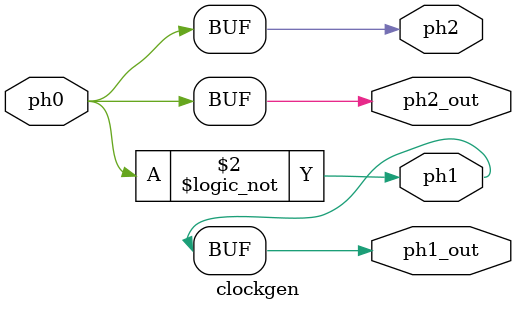
<source format=sv>
`timescale 1ns / 1ps

module clockgen(
    input ph0,
    output ph1,
    output ph2,
    output ph1_out,
    output ph2_out
);

// This is an idealized representation of the 6502 clock generator.  The 
// real clock generator has logic to ensure that ph1 and ph2 are never
// high at once.  More info: 
// https://wiki.nesdev.com/w/index.php/Visual_circuit_tutorial#6502_cycle_and_phase_timing
always_comb begin
    ph1 = !ph0;
    ph1_out = ph1;
    ph2 = ph0;
    ph2_out = ph2;
end

endmodule
</source>
